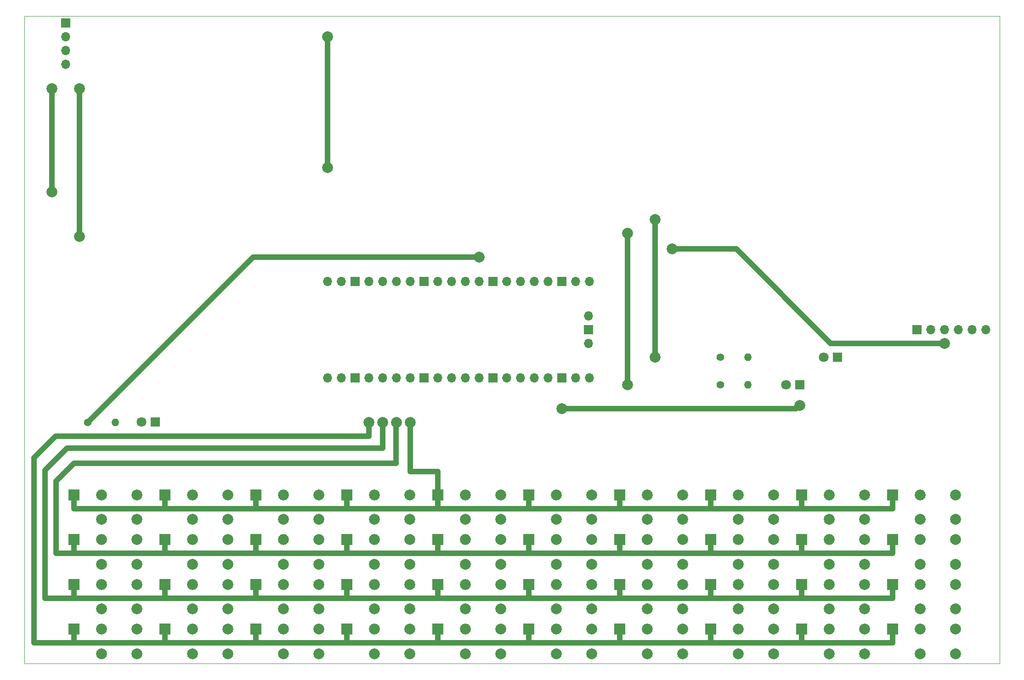
<source format=gbr>
%TF.GenerationSoftware,KiCad,Pcbnew,(5.1.12)-1*%
%TF.CreationDate,2022-01-08T10:32:31-05:00*%
%TF.ProjectId,pico_dual_sided,7069636f-5f64-4756-916c-5f7369646564,rev?*%
%TF.SameCoordinates,Original*%
%TF.FileFunction,Copper,L2,Bot*%
%TF.FilePolarity,Positive*%
%FSLAX46Y46*%
G04 Gerber Fmt 4.6, Leading zero omitted, Abs format (unit mm)*
G04 Created by KiCad (PCBNEW (5.1.12)-1) date 2022-01-08 10:32:31*
%MOMM*%
%LPD*%
G01*
G04 APERTURE LIST*
%TA.AperFunction,Profile*%
%ADD10C,0.050000*%
%TD*%
%TA.AperFunction,ComponentPad*%
%ADD11C,2.000000*%
%TD*%
%TA.AperFunction,ComponentPad*%
%ADD12R,1.700000X1.700000*%
%TD*%
%TA.AperFunction,ComponentPad*%
%ADD13O,1.700000X1.700000*%
%TD*%
%TA.AperFunction,ComponentPad*%
%ADD14R,1.800000X1.800000*%
%TD*%
%TA.AperFunction,ComponentPad*%
%ADD15C,1.800000*%
%TD*%
%TA.AperFunction,ComponentPad*%
%ADD16O,2.000000X2.000000*%
%TD*%
%TA.AperFunction,ComponentPad*%
%ADD17R,2.000000X2.000000*%
%TD*%
%TA.AperFunction,ComponentPad*%
%ADD18C,1.400000*%
%TD*%
%TA.AperFunction,ComponentPad*%
%ADD19O,1.400000X1.400000*%
%TD*%
%TA.AperFunction,ViaPad*%
%ADD20C,2.000000*%
%TD*%
%TA.AperFunction,Conductor*%
%ADD21C,1.000000*%
%TD*%
G04 APERTURE END LIST*
D10*
X65405000Y-165100000D02*
X65405000Y-45720000D01*
X65405000Y-45720000D02*
X245110000Y-45720000D01*
X245110000Y-45720000D02*
X245110000Y-165100000D01*
X245110000Y-165100000D02*
X65405000Y-165100000D01*
D11*
%TO.P,SW12,3*%
%TO.N,Net-(SW12-Pad3)*%
X119657000Y-158750000D03*
%TO.P,SW12,4*%
%TO.N,Net-(SW10-Pad4)*%
X119657000Y-163250000D03*
%TO.P,SW12,1*%
%TO.N,Net-(D14-Pad2)*%
X113157000Y-158750000D03*
%TO.P,SW12,2*%
%TO.N,Net-(SW12-Pad2)*%
X113157000Y-163250000D03*
%TD*%
%TO.P,SW39,2*%
%TO.N,Net-(SW39-Pad2)*%
X230505000Y-154995000D03*
%TO.P,SW39,1*%
%TO.N,Net-(D41-Pad2)*%
X230505000Y-150495000D03*
%TO.P,SW39,4*%
%TO.N,Net-(SW37-Pad4)*%
X237005000Y-154995000D03*
%TO.P,SW39,3*%
%TO.N,Net-(SW39-Pad3)*%
X237005000Y-150495000D03*
%TD*%
D12*
%TO.P,IC1,1*%
%TO.N,Net-(D5-Pad1)*%
X229870000Y-103505000D03*
D13*
%TO.P,IC1,2*%
%TO.N,Net-(IC1-Pad2)*%
X232410000Y-103505000D03*
%TO.P,IC1,3*%
%TO.N,Net-(IC1-Pad3)*%
X234950000Y-103505000D03*
%TO.P,IC1,4*%
%TO.N,Net-(IC1-Pad4)*%
X237490000Y-103505000D03*
%TO.P,IC1,5*%
%TO.N,Net-(IC1-Pad5)*%
X240030000Y-103505000D03*
%TO.P,IC1,6*%
%TO.N,Net-(IC1-Pad6)*%
X242570000Y-103505000D03*
%TD*%
D14*
%TO.P,D6,1*%
%TO.N,Net-(D5-Pad1)*%
X215265000Y-108585000D03*
D15*
%TO.P,D6,2*%
%TO.N,Net-(D6-Pad2)*%
X212725000Y-108585000D03*
%TD*%
D11*
%TO.P,SW1,3*%
%TO.N,Net-(SW1-Pad3)*%
X86129000Y-133985000D03*
%TO.P,SW1,4*%
%TO.N,Net-(SW1-Pad4)*%
X86129000Y-138485000D03*
%TO.P,SW1,1*%
%TO.N,Net-(D1-Pad2)*%
X79629000Y-133985000D03*
%TO.P,SW1,2*%
%TO.N,Net-(SW1-Pad2)*%
X79629000Y-138485000D03*
%TD*%
D15*
%TO.P,D5,2*%
%TO.N,Net-(D5-Pad2)*%
X205740000Y-113665000D03*
D14*
%TO.P,D5,1*%
%TO.N,Net-(D5-Pad1)*%
X208280000Y-113665000D03*
%TD*%
D12*
%TO.P,J1,1*%
%TO.N,Net-(J1-Pad1)*%
X73025000Y-46990000D03*
D13*
%TO.P,J1,2*%
%TO.N,Net-(J1-Pad2)*%
X73025000Y-49530000D03*
%TO.P,J1,3*%
%TO.N,Net-(J1-Pad3)*%
X73025000Y-52070000D03*
%TO.P,J1,4*%
%TO.N,Net-(J1-Pad4)*%
X73025000Y-54610000D03*
%TD*%
D11*
%TO.P,SW2,3*%
%TO.N,Net-(SW2-Pad3)*%
X86129000Y-142240000D03*
%TO.P,SW2,4*%
%TO.N,Net-(SW1-Pad4)*%
X86129000Y-146740000D03*
%TO.P,SW2,1*%
%TO.N,Net-(D2-Pad2)*%
X79629000Y-142240000D03*
%TO.P,SW2,2*%
%TO.N,Net-(SW2-Pad2)*%
X79629000Y-146740000D03*
%TD*%
%TO.P,SW3,2*%
%TO.N,Net-(SW3-Pad2)*%
X79629000Y-154995000D03*
%TO.P,SW3,1*%
%TO.N,Net-(D3-Pad2)*%
X79629000Y-150495000D03*
%TO.P,SW3,4*%
%TO.N,Net-(SW1-Pad4)*%
X86129000Y-154995000D03*
%TO.P,SW3,3*%
%TO.N,Net-(SW3-Pad3)*%
X86129000Y-150495000D03*
%TD*%
%TO.P,SW4,2*%
%TO.N,Net-(SW4-Pad2)*%
X79629000Y-163250000D03*
%TO.P,SW4,1*%
%TO.N,Net-(D4-Pad2)*%
X79629000Y-158750000D03*
%TO.P,SW4,4*%
%TO.N,Net-(SW1-Pad4)*%
X86129000Y-163250000D03*
%TO.P,SW4,3*%
%TO.N,Net-(SW4-Pad3)*%
X86129000Y-158750000D03*
%TD*%
%TO.P,SW5,3*%
%TO.N,Net-(SW5-Pad3)*%
X102893000Y-133985000D03*
%TO.P,SW5,4*%
%TO.N,Net-(SW5-Pad4)*%
X102893000Y-138485000D03*
%TO.P,SW5,1*%
%TO.N,Net-(D7-Pad2)*%
X96393000Y-133985000D03*
%TO.P,SW5,2*%
%TO.N,Net-(SW5-Pad2)*%
X96393000Y-138485000D03*
%TD*%
%TO.P,SW6,3*%
%TO.N,Net-(SW6-Pad3)*%
X102893000Y-142240000D03*
%TO.P,SW6,4*%
%TO.N,Net-(SW5-Pad4)*%
X102893000Y-146740000D03*
%TO.P,SW6,1*%
%TO.N,Net-(D8-Pad2)*%
X96393000Y-142240000D03*
%TO.P,SW6,2*%
%TO.N,Net-(SW6-Pad2)*%
X96393000Y-146740000D03*
%TD*%
%TO.P,SW7,3*%
%TO.N,Net-(SW7-Pad3)*%
X102893000Y-150495000D03*
%TO.P,SW7,4*%
%TO.N,Net-(SW5-Pad4)*%
X102893000Y-154995000D03*
%TO.P,SW7,1*%
%TO.N,Net-(D9-Pad2)*%
X96393000Y-150495000D03*
%TO.P,SW7,2*%
%TO.N,Net-(SW7-Pad2)*%
X96393000Y-154995000D03*
%TD*%
%TO.P,SW8,2*%
%TO.N,Net-(SW8-Pad2)*%
X96393000Y-163250000D03*
%TO.P,SW8,1*%
%TO.N,Net-(D10-Pad2)*%
X96393000Y-158750000D03*
%TO.P,SW8,4*%
%TO.N,Net-(SW5-Pad4)*%
X102893000Y-163250000D03*
%TO.P,SW8,3*%
%TO.N,Net-(SW8-Pad3)*%
X102893000Y-158750000D03*
%TD*%
%TO.P,SW9,3*%
%TO.N,Net-(SW9-Pad3)*%
X119657000Y-133985000D03*
%TO.P,SW9,4*%
%TO.N,Net-(SW10-Pad4)*%
X119657000Y-138485000D03*
%TO.P,SW9,1*%
%TO.N,Net-(D11-Pad2)*%
X113157000Y-133985000D03*
%TO.P,SW9,2*%
%TO.N,Net-(SW9-Pad2)*%
X113157000Y-138485000D03*
%TD*%
%TO.P,SW10,3*%
%TO.N,Net-(SW10-Pad3)*%
X119657000Y-142240000D03*
%TO.P,SW10,4*%
%TO.N,Net-(SW10-Pad4)*%
X119657000Y-146740000D03*
%TO.P,SW10,1*%
%TO.N,Net-(D12-Pad2)*%
X113157000Y-142240000D03*
%TO.P,SW10,2*%
%TO.N,Net-(SW10-Pad2)*%
X113157000Y-146740000D03*
%TD*%
%TO.P,SW11,2*%
%TO.N,Net-(SW11-Pad2)*%
X113157000Y-154995000D03*
%TO.P,SW11,1*%
%TO.N,Net-(D13-Pad2)*%
X113157000Y-150495000D03*
%TO.P,SW11,4*%
%TO.N,Net-(SW10-Pad4)*%
X119657000Y-154995000D03*
%TO.P,SW11,3*%
%TO.N,Net-(SW11-Pad3)*%
X119657000Y-150495000D03*
%TD*%
%TO.P,SW13,3*%
%TO.N,Net-(SW13-Pad3)*%
X136421000Y-133985000D03*
%TO.P,SW13,4*%
%TO.N,Net-(SW13-Pad4)*%
X136421000Y-138485000D03*
%TO.P,SW13,1*%
%TO.N,Net-(D15-Pad2)*%
X129921000Y-133985000D03*
%TO.P,SW13,2*%
%TO.N,Net-(SW13-Pad2)*%
X129921000Y-138485000D03*
%TD*%
%TO.P,SW14,3*%
%TO.N,Net-(SW14-Pad3)*%
X136421000Y-142240000D03*
%TO.P,SW14,4*%
%TO.N,Net-(SW13-Pad4)*%
X136421000Y-146740000D03*
%TO.P,SW14,1*%
%TO.N,Net-(D16-Pad2)*%
X129921000Y-142240000D03*
%TO.P,SW14,2*%
%TO.N,Net-(SW14-Pad2)*%
X129921000Y-146740000D03*
%TD*%
%TO.P,SW15,2*%
%TO.N,Net-(SW15-Pad2)*%
X129921000Y-154995000D03*
%TO.P,SW15,1*%
%TO.N,Net-(D17-Pad2)*%
X129921000Y-150495000D03*
%TO.P,SW15,4*%
%TO.N,Net-(SW13-Pad4)*%
X136421000Y-154995000D03*
%TO.P,SW15,3*%
%TO.N,Net-(SW15-Pad3)*%
X136421000Y-150495000D03*
%TD*%
%TO.P,SW16,2*%
%TO.N,Net-(SW16-Pad2)*%
X129921000Y-163250000D03*
%TO.P,SW16,1*%
%TO.N,Net-(D18-Pad2)*%
X129921000Y-158750000D03*
%TO.P,SW16,4*%
%TO.N,Net-(SW13-Pad4)*%
X136421000Y-163250000D03*
%TO.P,SW16,3*%
%TO.N,Net-(SW16-Pad3)*%
X136421000Y-158750000D03*
%TD*%
%TO.P,SW17,3*%
%TO.N,Net-(SW17-Pad3)*%
X153185000Y-133985000D03*
%TO.P,SW17,4*%
%TO.N,Net-(SW17-Pad4)*%
X153185000Y-138485000D03*
%TO.P,SW17,1*%
%TO.N,Net-(D19-Pad2)*%
X146685000Y-133985000D03*
%TO.P,SW17,2*%
%TO.N,Net-(SW17-Pad2)*%
X146685000Y-138485000D03*
%TD*%
%TO.P,SW18,3*%
%TO.N,Net-(SW18-Pad3)*%
X153185000Y-142240000D03*
%TO.P,SW18,4*%
%TO.N,Net-(SW17-Pad4)*%
X153185000Y-146740000D03*
%TO.P,SW18,1*%
%TO.N,Net-(D20-Pad2)*%
X146685000Y-142240000D03*
%TO.P,SW18,2*%
%TO.N,Net-(SW18-Pad2)*%
X146685000Y-146740000D03*
%TD*%
%TO.P,SW19,2*%
%TO.N,Net-(SW19-Pad2)*%
X146685000Y-154995000D03*
%TO.P,SW19,1*%
%TO.N,Net-(D21-Pad2)*%
X146685000Y-150495000D03*
%TO.P,SW19,4*%
%TO.N,Net-(SW17-Pad4)*%
X153185000Y-154995000D03*
%TO.P,SW19,3*%
%TO.N,Net-(SW19-Pad3)*%
X153185000Y-150495000D03*
%TD*%
%TO.P,SW20,2*%
%TO.N,Net-(SW20-Pad2)*%
X146685000Y-163250000D03*
%TO.P,SW20,1*%
%TO.N,Net-(D22-Pad2)*%
X146685000Y-158750000D03*
%TO.P,SW20,4*%
%TO.N,Net-(SW17-Pad4)*%
X153185000Y-163250000D03*
%TO.P,SW20,3*%
%TO.N,Net-(SW20-Pad3)*%
X153185000Y-158750000D03*
%TD*%
%TO.P,SW21,3*%
%TO.N,Net-(SW21-Pad3)*%
X169949000Y-133985000D03*
%TO.P,SW21,4*%
%TO.N,Net-(SW21-Pad4)*%
X169949000Y-138485000D03*
%TO.P,SW21,1*%
%TO.N,Net-(D23-Pad2)*%
X163449000Y-133985000D03*
%TO.P,SW21,2*%
%TO.N,Net-(SW21-Pad2)*%
X163449000Y-138485000D03*
%TD*%
%TO.P,SW22,3*%
%TO.N,Net-(SW22-Pad3)*%
X169949000Y-142240000D03*
%TO.P,SW22,4*%
%TO.N,Net-(SW21-Pad4)*%
X169949000Y-146740000D03*
%TO.P,SW22,1*%
%TO.N,Net-(D24-Pad2)*%
X163449000Y-142240000D03*
%TO.P,SW22,2*%
%TO.N,Net-(SW22-Pad2)*%
X163449000Y-146740000D03*
%TD*%
%TO.P,SW23,2*%
%TO.N,Net-(SW23-Pad2)*%
X163449000Y-154995000D03*
%TO.P,SW23,1*%
%TO.N,Net-(D25-Pad2)*%
X163449000Y-150495000D03*
%TO.P,SW23,4*%
%TO.N,Net-(SW21-Pad4)*%
X169949000Y-154995000D03*
%TO.P,SW23,3*%
%TO.N,Net-(SW23-Pad3)*%
X169949000Y-150495000D03*
%TD*%
%TO.P,SW24,2*%
%TO.N,Net-(SW24-Pad2)*%
X163449000Y-163250000D03*
%TO.P,SW24,1*%
%TO.N,Net-(D26-Pad2)*%
X163449000Y-158750000D03*
%TO.P,SW24,4*%
%TO.N,Net-(SW21-Pad4)*%
X169949000Y-163250000D03*
%TO.P,SW24,3*%
%TO.N,Net-(SW24-Pad3)*%
X169949000Y-158750000D03*
%TD*%
%TO.P,SW25,3*%
%TO.N,Net-(SW25-Pad3)*%
X186713000Y-133985000D03*
%TO.P,SW25,4*%
%TO.N,Net-(SW25-Pad4)*%
X186713000Y-138485000D03*
%TO.P,SW25,1*%
%TO.N,Net-(D27-Pad2)*%
X180213000Y-133985000D03*
%TO.P,SW25,2*%
%TO.N,Net-(SW25-Pad2)*%
X180213000Y-138485000D03*
%TD*%
%TO.P,SW26,3*%
%TO.N,Net-(SW26-Pad3)*%
X186713000Y-142240000D03*
%TO.P,SW26,4*%
%TO.N,Net-(SW25-Pad4)*%
X186713000Y-146740000D03*
%TO.P,SW26,1*%
%TO.N,Net-(D28-Pad2)*%
X180213000Y-142240000D03*
%TO.P,SW26,2*%
%TO.N,Net-(SW26-Pad2)*%
X180213000Y-146740000D03*
%TD*%
%TO.P,SW27,2*%
%TO.N,Net-(SW27-Pad2)*%
X180213000Y-154995000D03*
%TO.P,SW27,1*%
%TO.N,Net-(D29-Pad2)*%
X180213000Y-150495000D03*
%TO.P,SW27,4*%
%TO.N,Net-(SW25-Pad4)*%
X186713000Y-154995000D03*
%TO.P,SW27,3*%
%TO.N,Net-(SW27-Pad3)*%
X186713000Y-150495000D03*
%TD*%
%TO.P,SW28,2*%
%TO.N,Net-(SW28-Pad2)*%
X180213000Y-163250000D03*
%TO.P,SW28,1*%
%TO.N,Net-(D30-Pad2)*%
X180213000Y-158750000D03*
%TO.P,SW28,4*%
%TO.N,Net-(SW25-Pad4)*%
X186713000Y-163250000D03*
%TO.P,SW28,3*%
%TO.N,Net-(SW28-Pad3)*%
X186713000Y-158750000D03*
%TD*%
%TO.P,SW29,2*%
%TO.N,Net-(SW29-Pad2)*%
X196977000Y-138485000D03*
%TO.P,SW29,1*%
%TO.N,Net-(D31-Pad2)*%
X196977000Y-133985000D03*
%TO.P,SW29,4*%
%TO.N,Net-(SW29-Pad4)*%
X203477000Y-138485000D03*
%TO.P,SW29,3*%
%TO.N,Net-(SW29-Pad3)*%
X203477000Y-133985000D03*
%TD*%
%TO.P,SW30,3*%
%TO.N,Net-(SW30-Pad3)*%
X203477000Y-142240000D03*
%TO.P,SW30,4*%
%TO.N,Net-(SW29-Pad4)*%
X203477000Y-146740000D03*
%TO.P,SW30,1*%
%TO.N,Net-(D32-Pad2)*%
X196977000Y-142240000D03*
%TO.P,SW30,2*%
%TO.N,Net-(SW30-Pad2)*%
X196977000Y-146740000D03*
%TD*%
%TO.P,SW31,2*%
%TO.N,Net-(SW31-Pad2)*%
X196977000Y-154995000D03*
%TO.P,SW31,1*%
%TO.N,Net-(D33-Pad2)*%
X196977000Y-150495000D03*
%TO.P,SW31,4*%
%TO.N,Net-(SW29-Pad4)*%
X203477000Y-154995000D03*
%TO.P,SW31,3*%
%TO.N,Net-(SW31-Pad3)*%
X203477000Y-150495000D03*
%TD*%
%TO.P,SW32,2*%
%TO.N,Net-(SW32-Pad2)*%
X196977000Y-163250000D03*
%TO.P,SW32,1*%
%TO.N,Net-(D34-Pad2)*%
X196977000Y-158750000D03*
%TO.P,SW32,4*%
%TO.N,Net-(SW29-Pad4)*%
X203477000Y-163250000D03*
%TO.P,SW32,3*%
%TO.N,Net-(SW32-Pad3)*%
X203477000Y-158750000D03*
%TD*%
%TO.P,SW33,3*%
%TO.N,Net-(SW33-Pad3)*%
X220241000Y-133985000D03*
%TO.P,SW33,4*%
%TO.N,Net-(SW33-Pad4)*%
X220241000Y-138485000D03*
%TO.P,SW33,1*%
%TO.N,Net-(D35-Pad2)*%
X213741000Y-133985000D03*
%TO.P,SW33,2*%
%TO.N,Net-(SW33-Pad2)*%
X213741000Y-138485000D03*
%TD*%
%TO.P,SW34,3*%
%TO.N,Net-(SW34-Pad3)*%
X220241000Y-142240000D03*
%TO.P,SW34,4*%
%TO.N,Net-(SW33-Pad4)*%
X220241000Y-146740000D03*
%TO.P,SW34,1*%
%TO.N,Net-(D36-Pad2)*%
X213741000Y-142240000D03*
%TO.P,SW34,2*%
%TO.N,Net-(SW34-Pad2)*%
X213741000Y-146740000D03*
%TD*%
%TO.P,SW35,2*%
%TO.N,Net-(SW35-Pad2)*%
X213741000Y-154995000D03*
%TO.P,SW35,1*%
%TO.N,Net-(D37-Pad2)*%
X213741000Y-150495000D03*
%TO.P,SW35,4*%
%TO.N,Net-(SW33-Pad4)*%
X220241000Y-154995000D03*
%TO.P,SW35,3*%
%TO.N,Net-(SW35-Pad3)*%
X220241000Y-150495000D03*
%TD*%
%TO.P,SW36,2*%
%TO.N,Net-(SW36-Pad2)*%
X213741000Y-163250000D03*
%TO.P,SW36,1*%
%TO.N,Net-(D38-Pad2)*%
X213741000Y-158750000D03*
%TO.P,SW36,4*%
%TO.N,Net-(SW33-Pad4)*%
X220241000Y-163250000D03*
%TO.P,SW36,3*%
%TO.N,Net-(SW36-Pad3)*%
X220241000Y-158750000D03*
%TD*%
%TO.P,SW37,2*%
%TO.N,Net-(SW37-Pad2)*%
X230505000Y-138485000D03*
%TO.P,SW37,1*%
%TO.N,Net-(D39-Pad2)*%
X230505000Y-133985000D03*
%TO.P,SW37,4*%
%TO.N,Net-(SW37-Pad4)*%
X237005000Y-138485000D03*
%TO.P,SW37,3*%
%TO.N,Net-(SW37-Pad3)*%
X237005000Y-133985000D03*
%TD*%
%TO.P,SW38,3*%
%TO.N,Net-(SW38-Pad3)*%
X237005000Y-142240000D03*
%TO.P,SW38,4*%
%TO.N,Net-(SW37-Pad4)*%
X237005000Y-146740000D03*
%TO.P,SW38,1*%
%TO.N,Net-(D40-Pad2)*%
X230505000Y-142240000D03*
%TO.P,SW38,2*%
%TO.N,Net-(SW38-Pad2)*%
X230505000Y-146740000D03*
%TD*%
%TO.P,SW40,2*%
%TO.N,Net-(SW40-Pad2)*%
X230505000Y-163250000D03*
%TO.P,SW40,1*%
%TO.N,Net-(D42-Pad2)*%
X230505000Y-158750000D03*
%TO.P,SW40,4*%
%TO.N,Net-(SW37-Pad4)*%
X237005000Y-163250000D03*
%TO.P,SW40,3*%
%TO.N,Net-(SW40-Pad3)*%
X237005000Y-158750000D03*
%TD*%
D13*
%TO.P,U1,1*%
%TO.N,Net-(J1-Pad3)*%
X121285000Y-112395000D03*
%TO.P,U1,2*%
%TO.N,Net-(J1-Pad4)*%
X123825000Y-112395000D03*
D12*
%TO.P,U1,3*%
%TO.N,Net-(D43-Pad1)*%
X126365000Y-112395000D03*
D13*
%TO.P,U1,4*%
%TO.N,Net-(D10-Pad1)*%
X128905000Y-112395000D03*
%TO.P,U1,5*%
%TO.N,Net-(D13-Pad1)*%
X131445000Y-112395000D03*
%TO.P,U1,6*%
%TO.N,Net-(D12-Pad1)*%
X133985000Y-112395000D03*
%TO.P,U1,7*%
%TO.N,Net-(D1-Pad1)*%
X136525000Y-112395000D03*
D12*
%TO.P,U1,8*%
%TO.N,Net-(U1-Pad8)*%
X139065000Y-112395000D03*
D13*
%TO.P,U1,9*%
%TO.N,Net-(SW1-Pad4)*%
X141605000Y-112395000D03*
%TO.P,U1,10*%
%TO.N,Net-(SW5-Pad4)*%
X144145000Y-112395000D03*
%TO.P,U1,11*%
%TO.N,Net-(SW10-Pad4)*%
X146685000Y-112395000D03*
%TO.P,U1,12*%
%TO.N,Net-(SW13-Pad4)*%
X149225000Y-112395000D03*
D12*
%TO.P,U1,13*%
%TO.N,Net-(U1-Pad13)*%
X151765000Y-112395000D03*
D13*
%TO.P,U1,14*%
%TO.N,Net-(SW17-Pad4)*%
X154305000Y-112395000D03*
%TO.P,U1,15*%
%TO.N,Net-(SW21-Pad4)*%
X156845000Y-112395000D03*
%TO.P,U1,16*%
%TO.N,Net-(SW25-Pad4)*%
X159385000Y-112395000D03*
%TO.P,U1,17*%
%TO.N,Net-(SW29-Pad4)*%
X161925000Y-112395000D03*
D12*
%TO.P,U1,18*%
%TO.N,Net-(D5-Pad1)*%
X164465000Y-112395000D03*
D13*
%TO.P,U1,19*%
%TO.N,Net-(SW33-Pad4)*%
X167005000Y-112395000D03*
%TO.P,U1,20*%
%TO.N,Net-(SW37-Pad4)*%
X169545000Y-112395000D03*
%TO.P,U1,21*%
%TO.N,Net-(IC1-Pad4)*%
X169545000Y-94615000D03*
%TO.P,U1,22*%
%TO.N,Net-(IC1-Pad3)*%
X167005000Y-94615000D03*
D12*
%TO.P,U1,23*%
%TO.N,Net-(U1-Pad23)*%
X164465000Y-94615000D03*
D13*
%TO.P,U1,24*%
%TO.N,Net-(R1-Pad1)*%
X161925000Y-94615000D03*
%TO.P,U1,25*%
%TO.N,Net-(R2-Pad1)*%
X159385000Y-94615000D03*
%TO.P,U1,26*%
%TO.N,Net-(U1-Pad26)*%
X156845000Y-94615000D03*
%TO.P,U1,27*%
%TO.N,Net-(U1-Pad27)*%
X154305000Y-94615000D03*
D12*
%TO.P,U1,28*%
%TO.N,Net-(U1-Pad28)*%
X151765000Y-94615000D03*
D13*
%TO.P,U1,29*%
%TO.N,Net-(R3-Pad1)*%
X149225000Y-94615000D03*
%TO.P,U1,30*%
%TO.N,Net-(U1-Pad30)*%
X146685000Y-94615000D03*
%TO.P,U1,31*%
%TO.N,Net-(U1-Pad31)*%
X144145000Y-94615000D03*
%TO.P,U1,32*%
%TO.N,Net-(U1-Pad32)*%
X141605000Y-94615000D03*
D12*
%TO.P,U1,33*%
%TO.N,Net-(U1-Pad33)*%
X139065000Y-94615000D03*
D13*
%TO.P,U1,34*%
%TO.N,Net-(U1-Pad34)*%
X136525000Y-94615000D03*
%TO.P,U1,35*%
%TO.N,Net-(U1-Pad35)*%
X133985000Y-94615000D03*
%TO.P,U1,36*%
%TO.N,Net-(IC1-Pad6)*%
X131445000Y-94615000D03*
%TO.P,U1,37*%
%TO.N,Net-(U1-Pad37)*%
X128905000Y-94615000D03*
D12*
%TO.P,U1,38*%
%TO.N,Net-(J1-Pad1)*%
X126365000Y-94615000D03*
D13*
%TO.P,U1,39*%
%TO.N,Net-(U1-Pad39)*%
X123825000Y-94615000D03*
%TO.P,U1,40*%
%TO.N,Net-(J1-Pad2)*%
X121285000Y-94615000D03*
%TO.P,U1,41*%
%TO.N,Net-(U1-Pad41)*%
X169315000Y-106045000D03*
D12*
%TO.P,U1,42*%
%TO.N,Net-(U1-Pad42)*%
X169315000Y-103505000D03*
D13*
%TO.P,U1,43*%
%TO.N,Net-(U1-Pad43)*%
X169315000Y-100965000D03*
%TD*%
D14*
%TO.P,D43,1*%
%TO.N,Net-(D43-Pad1)*%
X89464999Y-120549999D03*
D15*
%TO.P,D43,2*%
%TO.N,Net-(D43-Pad2)*%
X86924999Y-120549999D03*
%TD*%
D16*
%TO.P,D1,2*%
%TO.N,Net-(D1-Pad2)*%
X79629000Y-133985000D03*
D17*
%TO.P,D1,1*%
%TO.N,Net-(D1-Pad1)*%
X74549000Y-133985000D03*
%TD*%
D16*
%TO.P,D2,2*%
%TO.N,Net-(D2-Pad2)*%
X79629000Y-142240000D03*
D17*
%TO.P,D2,1*%
%TO.N,Net-(D12-Pad1)*%
X74549000Y-142240000D03*
%TD*%
%TO.P,D3,1*%
%TO.N,Net-(D13-Pad1)*%
X74549000Y-150495000D03*
D16*
%TO.P,D3,2*%
%TO.N,Net-(D3-Pad2)*%
X79629000Y-150495000D03*
%TD*%
D17*
%TO.P,D4,1*%
%TO.N,Net-(D10-Pad1)*%
X74549000Y-158750000D03*
D16*
%TO.P,D4,2*%
%TO.N,Net-(D4-Pad2)*%
X79629000Y-158750000D03*
%TD*%
D17*
%TO.P,D7,1*%
%TO.N,Net-(D1-Pad1)*%
X91313000Y-133985000D03*
D16*
%TO.P,D7,2*%
%TO.N,Net-(D7-Pad2)*%
X96393000Y-133985000D03*
%TD*%
D17*
%TO.P,D8,1*%
%TO.N,Net-(D12-Pad1)*%
X91313000Y-142240000D03*
D16*
%TO.P,D8,2*%
%TO.N,Net-(D8-Pad2)*%
X96393000Y-142240000D03*
%TD*%
D17*
%TO.P,D9,1*%
%TO.N,Net-(D13-Pad1)*%
X91313000Y-150495000D03*
D16*
%TO.P,D9,2*%
%TO.N,Net-(D9-Pad2)*%
X96393000Y-150495000D03*
%TD*%
D17*
%TO.P,D10,1*%
%TO.N,Net-(D10-Pad1)*%
X91313000Y-158750000D03*
D16*
%TO.P,D10,2*%
%TO.N,Net-(D10-Pad2)*%
X96393000Y-158750000D03*
%TD*%
%TO.P,D11,2*%
%TO.N,Net-(D11-Pad2)*%
X113157000Y-133985000D03*
D17*
%TO.P,D11,1*%
%TO.N,Net-(D1-Pad1)*%
X108077000Y-133985000D03*
%TD*%
%TO.P,D12,1*%
%TO.N,Net-(D12-Pad1)*%
X108077000Y-142240000D03*
D16*
%TO.P,D12,2*%
%TO.N,Net-(D12-Pad2)*%
X113157000Y-142240000D03*
%TD*%
D17*
%TO.P,D13,1*%
%TO.N,Net-(D13-Pad1)*%
X108077000Y-150495000D03*
D16*
%TO.P,D13,2*%
%TO.N,Net-(D13-Pad2)*%
X113157000Y-150495000D03*
%TD*%
D17*
%TO.P,D14,1*%
%TO.N,Net-(D10-Pad1)*%
X108077000Y-158750000D03*
D16*
%TO.P,D14,2*%
%TO.N,Net-(D14-Pad2)*%
X113157000Y-158750000D03*
%TD*%
D17*
%TO.P,D15,1*%
%TO.N,Net-(D1-Pad1)*%
X124841000Y-133985000D03*
D16*
%TO.P,D15,2*%
%TO.N,Net-(D15-Pad2)*%
X129921000Y-133985000D03*
%TD*%
D17*
%TO.P,D16,1*%
%TO.N,Net-(D12-Pad1)*%
X124841000Y-142240000D03*
D16*
%TO.P,D16,2*%
%TO.N,Net-(D16-Pad2)*%
X129921000Y-142240000D03*
%TD*%
%TO.P,D17,2*%
%TO.N,Net-(D17-Pad2)*%
X129921000Y-150495000D03*
D17*
%TO.P,D17,1*%
%TO.N,Net-(D13-Pad1)*%
X124841000Y-150495000D03*
%TD*%
D16*
%TO.P,D18,2*%
%TO.N,Net-(D18-Pad2)*%
X129921000Y-158750000D03*
D17*
%TO.P,D18,1*%
%TO.N,Net-(D10-Pad1)*%
X124841000Y-158750000D03*
%TD*%
D16*
%TO.P,D19,2*%
%TO.N,Net-(D19-Pad2)*%
X146685000Y-133985000D03*
D17*
%TO.P,D19,1*%
%TO.N,Net-(D1-Pad1)*%
X141605000Y-133985000D03*
%TD*%
D16*
%TO.P,D20,2*%
%TO.N,Net-(D20-Pad2)*%
X146685000Y-142240000D03*
D17*
%TO.P,D20,1*%
%TO.N,Net-(D12-Pad1)*%
X141605000Y-142240000D03*
%TD*%
%TO.P,D21,1*%
%TO.N,Net-(D13-Pad1)*%
X141605000Y-150495000D03*
D16*
%TO.P,D21,2*%
%TO.N,Net-(D21-Pad2)*%
X146685000Y-150495000D03*
%TD*%
%TO.P,D22,2*%
%TO.N,Net-(D22-Pad2)*%
X146685000Y-158750000D03*
D17*
%TO.P,D22,1*%
%TO.N,Net-(D10-Pad1)*%
X141605000Y-158750000D03*
%TD*%
%TO.P,D23,1*%
%TO.N,Net-(D1-Pad1)*%
X158369000Y-133985000D03*
D16*
%TO.P,D23,2*%
%TO.N,Net-(D23-Pad2)*%
X163449000Y-133985000D03*
%TD*%
%TO.P,D24,2*%
%TO.N,Net-(D24-Pad2)*%
X163449000Y-142240000D03*
D17*
%TO.P,D24,1*%
%TO.N,Net-(D12-Pad1)*%
X158369000Y-142240000D03*
%TD*%
D16*
%TO.P,D25,2*%
%TO.N,Net-(D25-Pad2)*%
X163449000Y-150495000D03*
D17*
%TO.P,D25,1*%
%TO.N,Net-(D13-Pad1)*%
X158369000Y-150495000D03*
%TD*%
D16*
%TO.P,D26,2*%
%TO.N,Net-(D26-Pad2)*%
X163449000Y-158750000D03*
D17*
%TO.P,D26,1*%
%TO.N,Net-(D10-Pad1)*%
X158369000Y-158750000D03*
%TD*%
D16*
%TO.P,D27,2*%
%TO.N,Net-(D27-Pad2)*%
X180213000Y-133985000D03*
D17*
%TO.P,D27,1*%
%TO.N,Net-(D1-Pad1)*%
X175133000Y-133985000D03*
%TD*%
%TO.P,D28,1*%
%TO.N,Net-(D12-Pad1)*%
X175133000Y-142240000D03*
D16*
%TO.P,D28,2*%
%TO.N,Net-(D28-Pad2)*%
X180213000Y-142240000D03*
%TD*%
D17*
%TO.P,D29,1*%
%TO.N,Net-(D13-Pad1)*%
X175133000Y-150495000D03*
D16*
%TO.P,D29,2*%
%TO.N,Net-(D29-Pad2)*%
X180213000Y-150495000D03*
%TD*%
%TO.P,D30,2*%
%TO.N,Net-(D30-Pad2)*%
X180213000Y-158750000D03*
D17*
%TO.P,D30,1*%
%TO.N,Net-(D10-Pad1)*%
X175133000Y-158750000D03*
%TD*%
%TO.P,D31,1*%
%TO.N,Net-(D1-Pad1)*%
X191897000Y-133985000D03*
D16*
%TO.P,D31,2*%
%TO.N,Net-(D31-Pad2)*%
X196977000Y-133985000D03*
%TD*%
D17*
%TO.P,D32,1*%
%TO.N,Net-(D12-Pad1)*%
X191897000Y-142240000D03*
D16*
%TO.P,D32,2*%
%TO.N,Net-(D32-Pad2)*%
X196977000Y-142240000D03*
%TD*%
%TO.P,D33,2*%
%TO.N,Net-(D33-Pad2)*%
X196977000Y-150495000D03*
D17*
%TO.P,D33,1*%
%TO.N,Net-(D13-Pad1)*%
X191897000Y-150495000D03*
%TD*%
D16*
%TO.P,D34,2*%
%TO.N,Net-(D34-Pad2)*%
X196977000Y-158750000D03*
D17*
%TO.P,D34,1*%
%TO.N,Net-(D10-Pad1)*%
X191897000Y-158750000D03*
%TD*%
D16*
%TO.P,D35,2*%
%TO.N,Net-(D35-Pad2)*%
X213741000Y-133985000D03*
D17*
%TO.P,D35,1*%
%TO.N,Net-(D1-Pad1)*%
X208661000Y-133985000D03*
%TD*%
D16*
%TO.P,D36,2*%
%TO.N,Net-(D36-Pad2)*%
X213741000Y-142240000D03*
D17*
%TO.P,D36,1*%
%TO.N,Net-(D12-Pad1)*%
X208661000Y-142240000D03*
%TD*%
D16*
%TO.P,D37,2*%
%TO.N,Net-(D37-Pad2)*%
X213741000Y-150495000D03*
D17*
%TO.P,D37,1*%
%TO.N,Net-(D13-Pad1)*%
X208661000Y-150495000D03*
%TD*%
D16*
%TO.P,D38,2*%
%TO.N,Net-(D38-Pad2)*%
X213741000Y-158750000D03*
D17*
%TO.P,D38,1*%
%TO.N,Net-(D10-Pad1)*%
X208661000Y-158750000D03*
%TD*%
%TO.P,D39,1*%
%TO.N,Net-(D1-Pad1)*%
X225425000Y-133985000D03*
D16*
%TO.P,D39,2*%
%TO.N,Net-(D39-Pad2)*%
X230505000Y-133985000D03*
%TD*%
%TO.P,D40,2*%
%TO.N,Net-(D40-Pad2)*%
X230505000Y-142240000D03*
D17*
%TO.P,D40,1*%
%TO.N,Net-(D12-Pad1)*%
X225425000Y-142240000D03*
%TD*%
%TO.P,D41,1*%
%TO.N,Net-(D13-Pad1)*%
X225425000Y-150495000D03*
D16*
%TO.P,D41,2*%
%TO.N,Net-(D41-Pad2)*%
X230505000Y-150495000D03*
%TD*%
D17*
%TO.P,D42,1*%
%TO.N,Net-(D10-Pad1)*%
X225425000Y-158750000D03*
D16*
%TO.P,D42,2*%
%TO.N,Net-(D42-Pad2)*%
X230505000Y-158750000D03*
%TD*%
D18*
%TO.P,R1,1*%
%TO.N,Net-(R1-Pad1)*%
X193675000Y-113665000D03*
D19*
%TO.P,R1,2*%
%TO.N,Net-(D5-Pad2)*%
X198755000Y-113665000D03*
%TD*%
%TO.P,R2,2*%
%TO.N,Net-(D6-Pad2)*%
X198755000Y-108585000D03*
D18*
%TO.P,R2,1*%
%TO.N,Net-(R2-Pad1)*%
X193675000Y-108585000D03*
%TD*%
%TO.P,R3,1*%
%TO.N,Net-(R3-Pad1)*%
X77089000Y-120650000D03*
D19*
%TO.P,R3,2*%
%TO.N,Net-(D43-Pad2)*%
X82169000Y-120650000D03*
%TD*%
D20*
%TO.N,Net-(J1-Pad2)*%
X121285000Y-73660000D03*
X121285000Y-49530000D03*
%TO.N,Net-(J1-Pad3)*%
X70485000Y-59055000D03*
X70485000Y-78105000D03*
%TO.N,Net-(J1-Pad4)*%
X75565000Y-59055000D03*
X75565000Y-86360000D03*
%TO.N,Net-(D1-Pad1)*%
X136525000Y-120650000D03*
%TO.N,Net-(D12-Pad1)*%
X133985000Y-120650000D03*
%TO.N,Net-(D13-Pad1)*%
X131445000Y-120650000D03*
%TO.N,Net-(D10-Pad1)*%
X128905000Y-120650000D03*
%TO.N,Net-(D5-Pad1)*%
X164465000Y-118110000D03*
X208280000Y-117475000D03*
%TO.N,Net-(IC1-Pad3)*%
X234950000Y-106045000D03*
X184785000Y-88646000D03*
%TO.N,Net-(R1-Pad1)*%
X176530000Y-113665000D03*
X176530000Y-85725000D03*
%TO.N,Net-(R2-Pad1)*%
X181610000Y-83185000D03*
X181610000Y-108585000D03*
%TO.N,Net-(R3-Pad1)*%
X149225000Y-90170000D03*
%TD*%
D21*
%TO.N,Net-(J1-Pad2)*%
X121285000Y-49530000D02*
X121285000Y-73660000D01*
%TO.N,Net-(J1-Pad3)*%
X70485000Y-59055000D02*
X70485000Y-78105000D01*
%TO.N,Net-(J1-Pad4)*%
X75565000Y-86360000D02*
X75565000Y-59055000D01*
%TO.N,Net-(D1-Pad1)*%
X91313000Y-133985000D02*
X91313000Y-135890000D01*
X108077000Y-133985000D02*
X108077000Y-135890000D01*
X108077000Y-133985000D02*
X108077000Y-136525000D01*
X124841000Y-136525000D02*
X124841000Y-133985000D01*
X141605000Y-136525000D02*
X141605000Y-133985000D01*
X158369000Y-136525000D02*
X158369000Y-133985000D01*
X175133000Y-136525000D02*
X175133000Y-133985000D01*
X191897000Y-136525000D02*
X191897000Y-133985000D01*
X208661000Y-136525000D02*
X208661000Y-133985000D01*
X225425000Y-136525000D02*
X225425000Y-133985000D01*
X91313000Y-136525000D02*
X91313000Y-135890000D01*
X74549000Y-135890000D02*
X74549000Y-133985000D01*
X74549000Y-136525000D02*
X74549000Y-135890000D01*
X74599800Y-136474200D02*
X74549000Y-136525000D01*
X225425000Y-136525000D02*
X208661000Y-136525000D01*
X208661000Y-136525000D02*
X191897000Y-136525000D01*
X191897000Y-136525000D02*
X175133000Y-136525000D01*
X74650600Y-136525000D02*
X74599800Y-136474200D01*
X175133000Y-136525000D02*
X74650600Y-136525000D01*
X141605000Y-133985000D02*
X141605000Y-129667000D01*
X141605000Y-129667000D02*
X136525000Y-129667000D01*
X136525000Y-129667000D02*
X136525000Y-120650000D01*
%TO.N,Net-(D12-Pad1)*%
X74549000Y-144780000D02*
X74549000Y-142240000D01*
X91313000Y-142240000D02*
X91313000Y-144780000D01*
X108077000Y-142240000D02*
X108077000Y-144780000D01*
X124841000Y-142240000D02*
X124841000Y-144780000D01*
X141605000Y-142240000D02*
X141605000Y-144780000D01*
X158369000Y-142240000D02*
X158369000Y-144780000D01*
X175133000Y-142240000D02*
X175133000Y-144780000D01*
X191897000Y-142240000D02*
X191897000Y-144780000D01*
X208661000Y-142240000D02*
X208661000Y-144780000D01*
X225425000Y-142240000D02*
X225425000Y-144780000D01*
X133985000Y-120650000D02*
X133985000Y-120650000D01*
X71247000Y-144780000D02*
X74549000Y-144780000D01*
X74599800Y-144729200D02*
X74549000Y-144780000D01*
X74549000Y-144780000D02*
X225425000Y-144780000D01*
X133858000Y-120777000D02*
X133985000Y-120650000D01*
X133858000Y-128143000D02*
X133858000Y-120777000D01*
X71247000Y-131445000D02*
X74549000Y-128143000D01*
X74549000Y-128143000D02*
X133858000Y-128143000D01*
X71247000Y-144780000D02*
X71247000Y-131445000D01*
%TO.N,Net-(D13-Pad1)*%
X74549000Y-150495000D02*
X74549000Y-153035000D01*
X91313000Y-153035000D02*
X91313000Y-150495000D01*
X108077000Y-150495000D02*
X108077000Y-153035000D01*
X124841000Y-150495000D02*
X124841000Y-153035000D01*
X141605000Y-150495000D02*
X141605000Y-153035000D01*
X158369000Y-150495000D02*
X158369000Y-153035000D01*
X175133000Y-150495000D02*
X175133000Y-153035000D01*
X208661000Y-150495000D02*
X208661000Y-153035000D01*
X191897000Y-150495000D02*
X191897000Y-153035000D01*
X131445000Y-120650000D02*
X131445000Y-120650000D01*
X74599800Y-152984200D02*
X74549000Y-153035000D01*
X225425000Y-153035000D02*
X225425000Y-150495000D01*
X74549000Y-153035000D02*
X225425000Y-153035000D01*
X131445000Y-125349000D02*
X131445000Y-120650000D01*
X73279000Y-125349000D02*
X131445000Y-125349000D01*
X69215000Y-129413000D02*
X73279000Y-125349000D01*
X69215000Y-153035000D02*
X69215000Y-129413000D01*
X74549000Y-153035000D02*
X69215000Y-153035000D01*
%TO.N,Net-(D10-Pad1)*%
X91117999Y-158945001D02*
X91313000Y-158750000D01*
X108077000Y-158750000D02*
X108077000Y-161290000D01*
X225425000Y-161290000D02*
X225425000Y-158750000D01*
X208661000Y-158750000D02*
X208661000Y-161290000D01*
X191897000Y-158750000D02*
X191897000Y-161290000D01*
X175133000Y-158750000D02*
X175133000Y-161290000D01*
X158369000Y-158750000D02*
X158369000Y-161290000D01*
X141605000Y-158750000D02*
X141605000Y-161290000D01*
X124841000Y-158750000D02*
X124841000Y-161290000D01*
X108077000Y-161290000D02*
X109347000Y-161290000D01*
X74549000Y-158750000D02*
X74549000Y-161290000D01*
X91313000Y-158750000D02*
X91313000Y-161290000D01*
X128905000Y-120650000D02*
X128905000Y-120650000D01*
X74599800Y-161239200D02*
X74549000Y-161290000D01*
X225425000Y-161290000D02*
X74549000Y-161290000D01*
X128905000Y-123190000D02*
X128905000Y-120650000D01*
X71120000Y-123190000D02*
X128905000Y-123190000D01*
X67146010Y-127163990D02*
X71120000Y-123190000D01*
X67146010Y-161290000D02*
X67146010Y-127163990D01*
X74549000Y-161290000D02*
X67146010Y-161290000D01*
%TO.N,Net-(D5-Pad1)*%
X207645000Y-118110000D02*
X208280000Y-117475000D01*
X164465000Y-118110000D02*
X207645000Y-118110000D01*
%TO.N,Net-(IC1-Pad3)*%
X234950000Y-106045000D02*
X234950000Y-106045000D01*
X196596000Y-88646000D02*
X184785000Y-88646000D01*
X213995000Y-106045000D02*
X196596000Y-88646000D01*
X234950000Y-106045000D02*
X213995000Y-106045000D01*
%TO.N,Net-(R1-Pad1)*%
X176530000Y-113665000D02*
X176530000Y-85725000D01*
X176530000Y-85725000D02*
X176530000Y-85725000D01*
%TO.N,Net-(R2-Pad1)*%
X181610000Y-108585000D02*
X181610000Y-83185000D01*
%TO.N,Net-(R3-Pad1)*%
X107569000Y-90170000D02*
X149225000Y-90170000D01*
X77089000Y-120650000D02*
X107569000Y-90170000D01*
%TD*%
M02*

</source>
